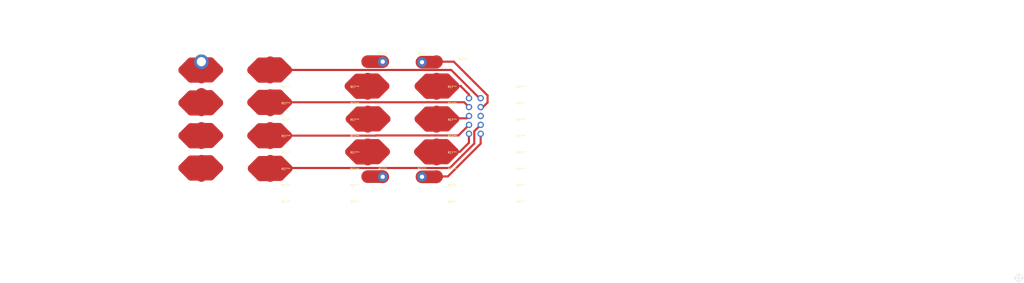
<source format=kicad_pcb>
(kicad_pcb (version 20221018) (generator pcbnew)
  (layers (0 "F.Cu" signal) (31 "B.Cu" signal) (34 "B.Paste" user) (35 "F.Paste" user) (36 "B.SilkS" user "B.Silkscreen") (37 "F.SilkS" user "F.Silkscreen") (38 "B.Mask" user) (39 "F.Mask" user) (44 "Edge.Cuts" user))
  (net 0 "")
  (footprint "USST-footprints:BatteryConnector" (layer "F.Cu") (at 149.948 37.592)
    (fp_text reference "REF**" (at -2.9455 -35.197) (layer "F.SilkS"))
    (fp_text value "BatteryConnector")
    (pad "" np_thru_hole circle (at 0 -16.8) (size 3 3) (drill 1.8) (layers "*.Cu"))
    (pad "" np_thru_hole circle (at 0 -12.6) (size 3 3) (drill 1.8) (layers "*.Cu"))
    (pad "" np_thru_hole circle (at 0 -8.4) (size 3 3) (drill 1.8) (layers "*.Cu"))
    (pad "" np_thru_hole circle (at 0 -4.2) (size 3 3) (drill 1.8) (layers "*.Cu"))
    (pad "" np_thru_hole circle (at 0 0) (size 3 3) (drill 1.8) (layers "*.Cu"))
    (pad "" np_thru_hole circle (at 5.5 -16.8) (size 3 3) (drill 1.8) (layers "*.Cu"))
    (pad "" np_thru_hole circle (at 5.5 -12.6) (size 3 3) (drill 1.8) (layers "*.Cu"))
    (pad "" np_thru_hole circle (at 5.5 -8.4) (size 3 3) (drill 1.8) (layers "*.Cu"))
    (pad "" np_thru_hole circle (at 5.5 -4.2) (size 3 3) (drill 1.8) (layers "*.Cu"))
    (pad "" np_thru_hole circle (at 5.5 0) (size 3 3) (drill 1.8) (layers "*.Cu"))
  )
  (footprint "USST-footprints:CFE_BP38121_30A_pogo_pin" (layer "F.Cu") (at 96 14.986)
    (fp_text reference "REF**" (at 0 0.5) (layer "F.SilkS"))
    (fp_text value "CFE_BP38121_30A_pogo_pin")
    (pad "1" smd circle (at -39.878 -11.43) (size 5 5) (layers "F.Cu" "F.Paste" "F.Mask"))
  )
  (footprint "USST-footprints:CFE_BP38121_30A_pogo_pin" (layer "F.Cu") (at 63.5 14.986)
    (fp_text reference "REF**" (at 0 0.5) (layer "F.SilkS"))
    (fp_text value "CFE_BP38121_30A_pogo_pin")
    (pad "1" thru_hole circle (at -39.878 -11.43) (size 6.858 6.858) (drill 4.33) (layers "*.Cu" "*.Mask"))
  )
  (footprint "USST-footprints:CFE_BP38121_30A_pogo_pin" (layer "F.Cu") (at 63.5 22.736)
    (fp_text reference "REF**" (at 0 0.5) (layer "F.SilkS"))
    (fp_text value "CFE_BP38121_30A_pogo_pin")
    (pad "2" smd circle (at -39.878 -11.43) (size 5 5) (layers "F.Cu" "F.Paste" "F.Mask"))
  )
  (footprint "USST-footprints:CFE_BP38121_30A_pogo_pin" (layer "F.Cu") (at 96 22.736)
    (fp_text reference "REF**" (at 0 0.5) (layer "F.SilkS"))
    (fp_text value "CFE_BP38121_30A_pogo_pin")
    (pad "2" smd circle (at -39.878 -11.43) (size 5 5) (layers "F.Cu" "F.Paste" "F.Mask"))
  )
  (footprint "USST-footprints:CFE_BP38121_30A_pogo_pin" (layer "F.Cu") (at 63.5 30.486)
    (fp_text reference "REF**" (at 0 0.5) (layer "F.SilkS"))
    (fp_text value "CFE_BP38121_30A_pogo_pin")
    (pad "3" smd circle (at -39.878 -11.43) (size 5 5) (layers "F.Cu" "F.Paste" "F.Mask"))
  )
  (footprint "USST-footprints:CFE_BP38121_30A_pogo_pin" (layer "F.Cu") (at 96 30.486)
    (fp_text reference "REF**" (at 0 0.5) (layer "F.SilkS"))
    (fp_text value "CFE_BP38121_30A_pogo_pin")
    (pad "3" smd circle (at -39.878 -11.43) (size 5 5) (layers "F.Cu" "F.Paste" "F.Mask"))
  )
  (footprint "USST-footprints:CFE_BP38121_30A_pogo_pin" (layer "F.Cu") (at 63.5 38.236)
    (fp_text reference "REF**" (at 0 0.5) (layer "F.SilkS"))
    (fp_text value "CFE_BP38121_30A_pogo_pin")
    (pad "4" smd circle (at -39.878 -11.43) (size 5 5) (layers "F.Cu" "F.Paste" "F.Mask"))
  )
  (footprint "USST-footprints:CFE_BP38121_30A_pogo_pin" (layer "F.Cu") (at 96 38.236)
    (fp_text reference "REF**" (at 0 0.5) (layer "F.SilkS"))
    (fp_text value "CFE_BP38121_30A_pogo_pin")
    (pad "4" smd circle (at -39.878 -11.43) (size 5 5) (layers "F.Cu" "F.Paste" "F.Mask"))
  )
  (footprint "USST-footprints:CFE_BP38121_30A_pogo_pin" (layer "F.Cu") (at 63.5 45.986)
    (fp_text reference "REF**" (at 0 0.5) (layer "F.SilkS"))
    (fp_text value "CFE_BP38121_30A_pogo_pin")
    (pad "5" smd circle (at -39.878 -11.43) (size 5 5) (layers "F.Cu" "F.Paste" "F.Mask"))
  )
  (footprint "USST-footprints:CFE_BP38121_30A_pogo_pin" (layer "F.Cu") (at 96 45.986)
    (fp_text reference "REF**" (at 0 0.5) (layer "F.SilkS"))
    (fp_text value "CFE_BP38121_30A_pogo_pin")
    (pad "5" smd circle (at -39.878 -11.43) (size 5 5) (layers "F.Cu" "F.Paste" "F.Mask"))
  )
  (footprint "USST-footprints:CFE_BP38121_30A_pogo_pin" (layer "F.Cu") (at 63.5 53.736)
    (fp_text reference "REF**" (at 0 0.5) (layer "F.SilkS"))
    (fp_text value "CFE_BP38121_30A_pogo_pin")
    (pad "6" smd circle (at -39.878 -11.43) (size 5 5) (layers "F.Cu" "F.Paste" "F.Mask"))
  )
  (footprint "USST-footprints:CFE_BP38121_30A_pogo_pin" (layer "F.Cu") (at 96 53.736)
    (fp_text reference "REF**" (at 0 0.5) (layer "F.SilkS"))
    (fp_text value "CFE_BP38121_30A_pogo_pin")
    (pad "6" smd circle (at -39.878 -11.43) (size 5 5) (layers "F.Cu" "F.Paste" "F.Mask"))
  )
  (footprint "USST-footprints:CFE_BP38121_30A_pogo_pin" (layer "F.Cu") (at 63.5 61.486)
    (fp_text reference "REF**" (at 0 0.5) (layer "F.SilkS"))
    (fp_text value "CFE_BP38121_30A_pogo_pin")
    (pad "7" smd circle (at -39.878 -11.43) (size 5 5) (layers "F.Cu" "F.Paste" "F.Mask"))
  )
  (footprint "USST-footprints:CFE_BP38121_30A_pogo_pin" (layer "F.Cu") (at 96 61.486)
    (fp_text reference "REF**" (at 0 0.5) (layer "F.SilkS"))
    (fp_text value "CFE_BP38121_30A_pogo_pin")
    (pad "7" smd circle (at -39.878 -11.43) (size 5 5) (layers "F.Cu" "F.Paste" "F.Mask"))
  )
  (footprint "USST-footprints:CFE_BP38121_30A_pogo_pin" (layer "F.Cu") (at 63.5 69.236)
    (fp_text reference "REF**" (at 0 0.5) (layer "F.SilkS"))
    (fp_text value "CFE_BP38121_30A_pogo_pin")
    (pad "8" smd circle (at -39.878 -11.43) (size 5 5) (layers "F.Cu" "F.Paste" "F.Mask"))
  )
  (footprint "USST-footprints:CFE_BP38121_30A_pogo_pin" (layer "F.Cu") (at 96 69.236)
    (fp_text reference "REF**" (at 0 0.5) (layer "F.SilkS"))
    (fp_text value "CFE_BP38121_30A_pogo_pin")
    (pad "8" smd circle (at -39.878 -11.43) (size 5 5) (layers "F.Cu" "F.Paste" "F.Mask"))
  )
  (footprint "USST-footprints:CFE_BP38121_30A_pogo_pin" (layer "F.Cu") (at 142 22.736)
    (fp_text reference "REF**" (at 0 0.5) (layer "F.SilkS"))
    (fp_text value "CFE_BP38121_30A_pogo_pin")
    (pad "2" smd circle (at -39.878 -11.43) (size 5 5) (layers "F.Cu" "F.Paste" "F.Mask"))
  )
  (footprint "USST-footprints:CFE_BP38121_30A_pogo_pin" (layer "F.Cu") (at 142 61.486)
    (fp_text reference "REF**" (at 0 0.5) (layer "F.SilkS"))
    (fp_text value "CFE_BP38121_30A_pogo_pin")
    (pad "7" smd circle (at -39.878 -11.43) (size 5 5) (layers "F.Cu" "F.Paste" "F.Mask"))
  )
  (footprint "USST-footprints:CFE_BP38121_30A_pogo_pin" (layer "F.Cu") (at 142 53.736)
    (fp_text reference "REF**" (at 0 0.5) (layer "F.SilkS"))
    (fp_text value "CFE_BP38121_30A_pogo_pin")
    (pad "6" smd circle (at -39.878 -11.43) (size 5 5) (layers "F.Cu" "F.Paste" "F.Mask"))
  )
  (footprint "USST-footprints:CFE_BP38121_30A_pogo_pin" (layer "F.Cu") (at 142 14.986)
    (fp_text reference "REF**" (at 0 0.5) (layer "F.SilkS"))
    (fp_text value "CFE_BP38121_30A_pogo_pin")
    (pad "1" smd circle (at -39.878 -11.43) (size 5 5) (layers "F.Cu" "F.Paste" "F.Mask"))
  )
  (footprint "USST-footprints:CFE_BP38121_30A_pogo_pin" (layer "F.Cu") (at 142 45.986)
    (fp_text reference "REF**" (at 0 0.5) (layer "F.SilkS"))
    (fp_text value "CFE_BP38121_30A_pogo_pin")
    (pad "5" smd circle (at -39.878 -11.43) (size 5 5) (layers "F.Cu" "F.Paste" "F.Mask"))
  )
  (footprint "USST-footprints:CFE_BP38121_30A_pogo_pin" (layer "F.Cu") (at 142 30.486)
    (fp_text reference "REF**" (at 0 0.5) (layer "F.SilkS"))
    (fp_text value "CFE_BP38121_30A_pogo_pin")
    (pad "3" smd circle (at -39.878 -11.43) (size 5 5) (layers "F.Cu" "F.Paste" "F.Mask"))
  )
  (footprint "USST-footprints:CFE_BP38121_30A_pogo_pin" (layer "F.Cu") (at 142 38.236)
    (fp_text reference "REF**" (at 0 0.5) (layer "F.SilkS"))
    (fp_text value "CFE_BP38121_30A_pogo_pin")
    (pad "4" smd circle (at -39.878 -11.43) (size 5 5) (layers "F.Cu" "F.Paste" "F.Mask"))
  )
  (footprint "USST-footprints:CFE_BP38121_30A_pogo_pin" (layer "F.Cu") (at 142 69.236)
    (fp_text reference "REF**" (at 0 0.5) (layer "F.SilkS"))
    (fp_text value "CFE_BP38121_30A_pogo_pin")
    (pad "8" smd circle (at -39.878 -11.43) (size 5 5) (layers "F.Cu" "F.Paste" "F.Mask"))
  )
  (footprint "USST-footprints:CFE_BP38121_30A_pogo_pin" (layer "F.Cu") (at 174.5 14.986)
    (fp_text reference "REF**" (at 0 0.5) (layer "F.SilkS"))
    (fp_text value "CFE_BP38121_30A_pogo_pin")
    (pad "1" smd circle (at -39.878 -11.43) (size 5 5) (layers "F.Cu" "F.Paste" "F.Mask"))
  )
  (footprint "USST-footprints:CFE_BP38121_30A_pogo_pin" (layer "F.Cu") (at 174.5 22.736)
    (fp_text reference "REF**" (at 0 0.5) (layer "F.SilkS"))
    (fp_text value "CFE_BP38121_30A_pogo_pin")
    (pad "2" smd circle (at -39.878 -11.43) (size 5 5) (layers "F.Cu" "F.Paste" "F.Mask"))
  )
  (footprint "USST-footprints:CFE_BP38121_30A_pogo_pin" (layer "F.Cu") (at 174.5 38.236)
    (fp_text reference "REF**" (at 0 0.5) (layer "F.SilkS"))
    (fp_text value "CFE_BP38121_30A_pogo_pin")
    (pad "4" smd circle (at -39.878 -11.43) (size 5 5) (layers "F.Cu" "F.Paste" "F.Mask"))
  )
  (footprint "USST-footprints:CFE_BP38121_30A_pogo_pin" (layer "F.Cu") (at 174.5 30.486)
    (fp_text reference "REF**" (at 0 0.5) (layer "F.SilkS"))
    (fp_text value "CFE_BP38121_30A_pogo_pin")
    (pad "3" smd circle (at -39.878 -11.43) (size 5 5) (layers "F.Cu" "F.Paste" "F.Mask"))
  )
  (footprint "USST-footprints:CFE_BP38121_30A_pogo_pin" (layer "F.Cu") (at 174.5 45.986)
    (fp_text reference "REF**" (at 0 0.5) (layer "F.SilkS"))
    (fp_text value "CFE_BP38121_30A_pogo_pin")
    (pad "5" smd circle (at -39.878 -11.43) (size 5 5) (layers "F.Cu" "F.Paste" "F.Mask"))
  )
  (footprint "USST-footprints:CFE_BP38121_30A_pogo_pin" (layer "F.Cu") (at 174.5 69.236)
    (fp_text reference "REF**" (at 0 0.5) (layer "F.SilkS"))
    (fp_text value "CFE_BP38121_30A_pogo_pin")
    (pad "8" smd circle (at -39.878 -11.43) (size 5 5) (layers "F.Cu" "F.Paste" "F.Mask"))
  )
  (footprint "USST-footprints:CFE_BP38121_30A_pogo_pin" (layer "F.Cu") (at 174.5 61.486)
    (fp_text reference "REF**" (at 0 0.5) (layer "F.SilkS"))
    (fp_text value "CFE_BP38121_30A_pogo_pin")
    (pad "7" smd circle (at -39.878 -11.43) (size 5 5) (layers "F.Cu" "F.Paste" "F.Mask"))
  )
  (footprint "USST-footprints:CFE_BP38121_30A_pogo_pin" (layer "F.Cu") (at 174.5 53.736)
    (fp_text reference "REF**" (at 0 0.5) (layer "F.SilkS"))
    (fp_text value "CFE_BP38121_30A_pogo_pin")
    (pad "6" smd circle (at -39.878 -11.43) (size 5 5) (layers "F.Cu" "F.Paste" "F.Mask"))
  )
  (footprint "Wire_Pads:SolderWirePad_single_2mmDrill" (layer "F.Cu") (at 127.762 57.912)
    (fp_text reference "REF**" (at 0 -3.81) (layer "F.SilkS"))
    (fp_text value "SolderWirePad_single_2mmDrill")
    (pad "1" thru_hole circle (at 0 0) (size 4.50088 4.50088) (drill 1.99898) (layers "*.Cu" "*.Mask"))
  )
  (footprint "Wire_Pads:SolderWirePad_single_2mmDrill" (layer "F.Cu") (at 127.762 3.81)
    (fp_text reference "REF**" (at 0 -3.81) (layer "F.SilkS"))
    (fp_text value "SolderWirePad_single_2mmDrill")
    (pad "1" thru_hole circle (at 0 0) (size 4.50088 4.50088) (drill 1.99898) (layers "*.Cu" "*.Mask"))
  )
  (footprint "Wire_Pads:SolderWirePad_single_2mmDrill" (layer "F.Cu") (at 109.22 57.912)
    (fp_text reference "REF**" (at 0 -3.81) (layer "F.SilkS"))
    (fp_text value "SolderWirePad_single_2mmDrill")
    (pad "1" thru_hole circle (at 0 0) (size 4.50088 4.50088) (drill 1.99898) (layers "*.Cu" "*.Mask"))
  )
  (footprint "Wire_Pads:SolderWirePad_single_2mmDrill" (layer "F.Cu") (at 109.22 3.556)
    (fp_text reference "REF**" (at 0 -3.81) (layer "F.SilkS"))
    (fp_text value "SolderWirePad_single_2mmDrill")
    (pad "1" thru_hole circle (at 0 0) (size 4.50088 4.50088) (drill 1.99898) (layers "*.Cu" "*.Mask"))
  )
  (target plus (at 409.448 105.664) (size 5) (width 0.15) (layer "Edge.Cuts"))
  (segment (start 47.356794 7.50658) (end 51.188851 3.674522) (width 4.13) (layer "F.Cu") (net 0))
  (segment (start 51.188851 3.674522) (end 55.544376 3.674522) (width 4.13) (layer "F.Cu") (net 0))
  (segment (start 51.274736 11.424522) (end 47.356794 7.50658) (width 4.13) (layer "F.Cu") (net 0))
  (segment (start 55.544376 11.424522) (end 51.274736 11.424522) (width 4.13) (layer "F.Cu") (net 0))
  (segment (start 23.61 3.556) (end 23.61 11.306) (width 4.13) (layer "F.Cu") (net 0))
  (segment (start 18.676851 3.674522) (end 23.032376 3.674522) (width 4.13) (layer "F.Cu") (net 0))
  (segment (start 14.844794 7.50658) (end 18.676851 3.674522) (width 4.13) (layer "F.Cu") (net 0))
  (segment (start 23.032376 11.424522) (end 18.762736 11.424522) (width 4.13) (layer "F.Cu") (net 0))
  (segment (start 18.762736 11.424522) (end 14.844794 7.50658) (width 4.13) (layer "F.Cu") (net 0))
  (segment (start 31.797582 7.473942) (end 27.965525 11.306) (width 4.13) (layer "F.Cu") (net 0))
  (segment (start 27.965525 11.306) (end 23.61 11.306) (width 4.13) (layer "F.Cu") (net 0))
  (segment (start 27.87964 3.556) (end 31.797582 7.473942) (width 4.13) (layer "F.Cu") (net 0))
  (segment (start 23.61 3.556) (end 27.87964 3.556) (width 4.13) (layer "F.Cu") (net 0))
  (segment (start 23.61 19.05) (end 23.61 26.8) (width 4.13) (layer "F.Cu") (net 0))
  (segment (start 18.676851 19.168522) (end 23.032376 19.168522) (width 4.13) (layer "F.Cu") (net 0))
  (segment (start 14.844794 23.00058) (end 18.676851 19.168522) (width 4.13) (layer "F.Cu") (net 0))
  (segment (start 23.032376 26.918522) (end 18.762736 26.918522) (width 4.13) (layer "F.Cu") (net 0))
  (segment (start 18.762736 26.918522) (end 14.844794 23.00058) (width 4.13) (layer "F.Cu") (net 0))
  (segment (start 31.797582 22.967942) (end 27.965525 26.8) (width 4.13) (layer "F.Cu") (net 0))
  (segment (start 27.965525 26.8) (end 23.61 26.8) (width 4.13) (layer "F.Cu") (net 0))
  (segment (start 27.87964 19.05) (end 31.797582 22.967942) (width 4.13) (layer "F.Cu") (net 0))
  (segment (start 23.61 19.05) (end 27.87964 19.05) (width 4.13) (layer "F.Cu") (net 0))
  (segment (start 60.39164 18.796) (end 64.309582 22.713942) (width 4.13) (layer "F.Cu") (net 0))
  (segment (start 60.477525 26.546) (end 56.122 26.546) (width 4.13) (layer "F.Cu") (net 0))
  (segment (start 64.309582 22.713942) (end 60.477525 26.546) (width 4.13) (layer "F.Cu") (net 0))
  (segment (start 51.274736 26.664522) (end 47.356794 22.74658) (width 4.13) (layer "F.Cu") (net 0))
  (segment (start 55.544376 26.664522) (end 51.274736 26.664522) (width 4.13) (layer "F.Cu") (net 0))
  (segment (start 47.356794 22.74658) (end 51.188851 18.914522) (width 4.13) (layer "F.Cu") (net 0))
  (segment (start 51.188851 18.914522) (end 55.544376 18.914522) (width 4.13) (layer "F.Cu") (net 0))
  (segment (start 56.122 18.796) (end 60.39164 18.796) (width 4.13) (layer "F.Cu") (net 0))
  (segment (start 56.122 18.796) (end 56.122 26.546) (width 4.13) (layer "F.Cu") (net 0))
  (segment (start 27.87964 34.544) (end 31.797582 38.461942) (width 4.13) (layer "F.Cu") (net 0))
  (segment (start 27.965525 42.294) (end 23.61 42.294) (width 4.13) (layer "F.Cu") (net 0))
  (segment (start 31.797582 38.461942) (end 27.965525 42.294) (width 4.13) (layer "F.Cu") (net 0))
  (segment (start 18.762736 42.412522) (end 14.844794 38.49458) (width 4.13) (layer "F.Cu") (net 0))
  (segment (start 23.032376 42.412522) (end 18.762736 42.412522) (width 4.13) (layer "F.Cu") (net 0))
  (segment (start 14.844794 38.49458) (end 18.676851 34.662522) (width 4.13) (layer "F.Cu") (net 0))
  (segment (start 18.676851 34.662522) (end 23.032376 34.662522) (width 4.13) (layer "F.Cu") (net 0))
  (segment (start 23.61 34.544) (end 27.87964 34.544) (width 4.13) (layer "F.Cu") (net 0))
  (segment (start 23.61 34.544) (end 23.61 42.294) (width 4.13) (layer "F.Cu") (net 0))
  (segment (start 60.39164 34.544) (end 64.309582 38.461942) (width 4.13) (layer "F.Cu") (net 0))
  (segment (start 60.477525 42.294) (end 56.122 42.294) (width 4.13) (layer "F.Cu") (net 0))
  (segment (start 64.309582 38.461942) (end 60.477525 42.294) (width 4.13) (layer "F.Cu") (net 0))
  (segment (start 51.274736 42.412522) (end 47.356794 38.49458) (width 4.13) (layer "F.Cu") (net 0))
  (segment (start 55.544376 42.412522) (end 51.274736 42.412522) (width 4.13) (layer "F.Cu") (net 0))
  (segment (start 47.356794 38.49458) (end 51.188851 34.662522) (width 4.13) (layer "F.Cu") (net 0))
  (segment (start 51.188851 34.662522) (end 55.544376 34.662522) (width 4.13) (layer "F.Cu") (net 0))
  (segment (start 56.122 34.544) (end 60.39164 34.544) (width 4.13) (layer "F.Cu") (net 0))
  (segment (start 56.122 34.544) (end 56.122 42.294) (width 4.13) (layer "F.Cu") (net 0))
  (segment (start 27.87964 49.784) (end 31.797582 53.701942) (width 4.13) (layer "F.Cu") (net 0))
  (segment (start 27.965525 57.534) (end 23.61 57.534) (width 4.13) (layer "F.Cu") (net 0))
  (segment (start 31.797582 53.701942) (end 27.965525 57.534) (width 4.13) (layer "F.Cu") (net 0))
  (segment (start 18.762736 57.652522) (end 14.844794 53.73458) (width 4.13) (layer "F.Cu") (net 0))
  (segment (start 23.032376 57.652522) (end 18.762736 57.652522) (width 4.13) (layer "F.Cu") (net 0))
  (segment (start 14.844794 53.73458) (end 18.676851 49.902522) (width 4.13) (layer "F.Cu") (net 0))
  (segment (start 18.676851 49.902522) (end 23.032376 49.902522) (width 4.13) (layer "F.Cu") (net 0))
  (segment (start 23.61 49.784) (end 27.87964 49.784) (width 4.13) (layer "F.Cu") (net 0))
  (segment (start 23.61 49.784) (end 23.61 57.534) (width 4.13) (layer "F.Cu") (net 0))
  (segment (start 60.64564 50.038) (end 64.563582 53.955942) (width 4.13) (layer "F.Cu") (net 0))
  (segment (start 60.731525 57.788) (end 56.376 57.788) (width 4.13) (layer "F.Cu") (net 0))
  (segment (start 64.563582 53.955942) (end 60.731525 57.788) (width 4.13) (layer "F.Cu") (net 0))
  (segment (start 51.528736 57.906522) (end 47.610794 53.98858) (width 4.13) (layer "F.Cu") (net 0))
  (segment (start 55.798376 57.906522) (end 51.528736 57.906522) (width 4.13) (layer "F.Cu") (net 0))
  (segment (start 47.610794 53.98858) (end 51.442851 50.156522) (width 4.13) (layer "F.Cu") (net 0))
  (segment (start 51.442851 50.156522) (end 55.798376 50.156522) (width 4.13) (layer "F.Cu") (net 0))
  (segment (start 56.376 50.038) (end 60.64564 50.038) (width 4.13) (layer "F.Cu") (net 0))
  (segment (start 56.376 50.038) (end 56.376 57.788) (width 4.13) (layer "F.Cu") (net 0))
  (segment (start 106.451525 18.926) (end 102.096 18.926) (width 4.13) (layer "F.Cu") (net 0))
  (segment (start 110.283582 15.093942) (end 106.451525 18.926) (width 4.13) (layer "F.Cu") (net 0))
  (segment (start 102.096 11.176) (end 106.36564 11.176) (width 4.13) (layer "F.Cu") (net 0))
  (segment (start 106.36564 11.176) (end 110.283582 15.093942) (width 4.13) (layer "F.Cu") (net 0))
  (segment (start 102.096 11.176) (end 102.096 18.926) (width 4.13) (layer "F.Cu") (net 0))
  (segment (start 101.518376 19.044522) (end 97.248736 19.044522) (width 4.13) (layer "F.Cu") (net 0))
  (segment (start 97.248736 19.044522) (end 93.330794 15.12658) (width 4.13) (layer "F.Cu") (net 0))
  (segment (start 93.330794 15.12658) (end 97.162851 11.294522) (width 4.13) (layer "F.Cu") (net 0))
  (segment (start 97.162851 11.294522) (end 101.518376 11.294522) (width 4.13) (layer "F.Cu") (net 0))
  (segment (start 139.471525 18.926) (end 135.116 18.926) (width 4.13) (layer "F.Cu") (net 0))
  (segment (start 143.303582 15.093942) (end 139.471525 18.926) (width 4.13) (layer "F.Cu") (net 0))
  (segment (start 135.116 11.176) (end 139.38564 11.176) (width 4.13) (layer "F.Cu") (net 0))
  (segment (start 139.38564 11.176) (end 143.303582 15.093942) (width 4.13) (layer "F.Cu") (net 0))
  (segment (start 135.116 11.176) (end 135.116 18.926) (width 4.13) (layer "F.Cu") (net 0))
  (segment (start 134.538376 19.044522) (end 130.268736 19.044522) (width 4.13) (layer "F.Cu") (net 0))
  (segment (start 130.268736 19.044522) (end 126.350794 15.12658) (width 4.13) (layer "F.Cu") (net 0))
  (segment (start 126.350794 15.12658) (end 130.182851 11.294522) (width 4.13) (layer "F.Cu") (net 0))
  (segment (start 130.182851 11.294522) (end 134.538376 11.294522) (width 4.13) (layer "F.Cu") (net 0))
  (segment (start 106.959525 34.42) (end 102.604 34.42) (width 4.13) (layer "F.Cu") (net 0))
  (segment (start 110.791582 30.587942) (end 106.959525 34.42) (width 4.13) (layer "F.Cu") (net 0))
  (segment (start 102.604 26.67) (end 106.87364 26.67) (width 4.13) (layer "F.Cu") (net 0))
  (segment (start 106.87364 26.67) (end 110.791582 30.587942) (width 4.13) (layer "F.Cu") (net 0))
  (segment (start 102.604 26.67) (end 102.604 34.42) (width 4.13) (layer "F.Cu") (net 0))
  (segment (start 102.026376 34.538522) (end 97.756736 34.538522) (width 4.13) (layer "F.Cu") (net 0))
  (segment (start 97.756736 34.538522) (end 93.838794 30.62058) (width 4.13) (layer "F.Cu") (net 0))
  (segment (start 93.838794 30.62058) (end 97.670851 26.788522) (width 4.13) (layer "F.Cu") (net 0))
  (segment (start 97.670851 26.788522) (end 102.026376 26.788522) (width 4.13) (layer "F.Cu") (net 0))
  (segment (start 139.471525 34.42) (end 135.116 34.42) (width 4.13) (layer "F.Cu") (net 0))
  (segment (start 143.303582 30.587942) (end 139.471525 34.42) (width 4.13) (layer "F.Cu") (net 0))
  (segment (start 135.116 26.67) (end 139.38564 26.67) (width 4.13) (layer "F.Cu") (net 0))
  (segment (start 139.38564 26.67) (end 143.303582 30.587942) (width 4.13) (layer "F.Cu") (net 0))
  (segment (start 135.116 26.67) (end 135.116 34.42) (width 4.13) (layer "F.Cu") (net 0))
  (segment (start 134.538376 34.538522) (end 130.268736 34.538522) (width 4.13) (layer "F.Cu") (net 0))
  (segment (start 130.268736 34.538522) (end 126.350794 30.62058) (width 4.13) (layer "F.Cu") (net 0))
  (segment (start 126.350794 30.62058) (end 130.182851 26.788522) (width 4.13) (layer "F.Cu") (net 0))
  (segment (start 130.182851 26.788522) (end 134.538376 26.788522) (width 4.13) (layer "F.Cu") (net 0))
  (segment (start 106.705525 49.914) (end 102.35 49.914) (width 4.13) (layer "F.Cu") (net 0))
  (segment (start 110.537582 46.081942) (end 106.705525 49.914) (width 4.13) (layer "F.Cu") (net 0))
  (segment (start 102.35 42.164) (end 106.61964 42.164) (width 4.13) (layer "F.Cu") (net 0))
  (segment (start 106.61964 42.164) (end 110.537582 46.081942) (width 4.13) (layer "F.Cu") (net 0))
  (segment (start 102.35 42.164) (end 102.35 49.914) (width 4.13) (layer "F.Cu") (net 0))
  (segment (start 101.772376 50.032522) (end 97.502736 50.032522) (width 4.13) (layer "F.Cu") (net 0))
  (segment (start 97.502736 50.032522) (end 93.584794 46.11458) (width 4.13) (layer "F.Cu") (net 0))
  (segment (start 93.584794 46.11458) (end 97.416851 42.282522) (width 4.13) (layer "F.Cu") (net 0))
  (segment (start 97.416851 42.282522) (end 101.772376 42.282522) (width 4.13) (layer "F.Cu") (net 0))
  (segment (start 139.217525 49.914) (end 134.862 49.914) (width 4.13) (layer "F.Cu") (net 0))
  (segment (start 143.049582 46.081942) (end 139.217525 49.914) (width 4.13) (layer "F.Cu") (net 0))
  (segment (start 134.862 42.164) (end 139.13164 42.164) (width 4.13) (layer "F.Cu") (net 0))
  (segment (start 139.13164 42.164) (end 143.049582 46.081942) (width 4.13) (layer "F.Cu") (net 0))
  (segment (start 134.862 42.164) (end 134.862 49.914) (width 4.13) (layer "F.Cu") (net 0))
  (segment (start 134.284376 50.032522) (end 130.014736 50.032522) (width 4.13) (layer "F.Cu") (net 0))
  (segment (start 130.014736 50.032522) (end 126.096794 46.11458) (width 4.13) (layer "F.Cu") (net 0))
  (segment (start 126.096794 46.11458) (end 129.928851 42.282522) (width 4.13) (layer "F.Cu") (net 0))
  (segment (start 129.928851 42.282522) (end 134.284376 42.282522) (width 4.13) (layer "F.Cu") (net 0))
  (segment (start 23.622 36.328) (end 27.178 39.884) (width 6) (layer "F.Cu") (net 0))
  (segment (start 20.32 39.63) (end 23.622 36.328) (width 6) (layer "F.Cu") (net 0))
  (segment (start 23.368 51.568) (end 26.924 55.124) (width 6) (layer "F.Cu") (net 0))
  (segment (start 20.066 54.87) (end 23.368 51.568) (width 6) (layer "F.Cu") (net 0))
  (segment (start 55.626 5.086) (end 59.182 8.642) (width 6) (layer "F.Cu") (net 0))
  (segment (start 52.324 8.388) (end 55.626 5.086) (width 6) (layer "F.Cu") (net 0))
  (segment (start 55.626 20.58) (end 59.182 24.136) (width 6) (layer "F.Cu") (net 0))
  (segment (start 52.324 23.882) (end 55.626 20.58) (width 6) (layer "F.Cu") (net 0))
  (segment (start 55.88 36.074) (end 59.436 39.63) (width 6) (layer "F.Cu") (net 0))
  (segment (start 52.578 39.376) (end 55.88 36.074) (width 6) (layer "F.Cu") (net 0))
  (segment (start 55.88 51.568) (end 59.436 55.124) (width 6) (layer "F.Cu") (net 0))
  (segment (start 52.578 54.87) (end 55.88 51.568) (width 6) (layer "F.Cu") (net 0))
  (segment (start 101.6 12.706) (end 105.156 16.262) (width 6) (layer "F.Cu") (net 0))
  (segment (start 98.298 16.008) (end 101.6 12.706) (width 6) (layer "F.Cu") (net 0))
  (segment (start 101.854 28.2) (end 105.41 31.756) (width 6) (layer "F.Cu") (net 0))
  (segment (start 98.552 31.502) (end 101.854 28.2) (width 6) (layer "F.Cu") (net 0))
  (segment (start 101.854 43.948) (end 105.41 47.504) (width 6) (layer "F.Cu") (net 0))
  (segment (start 98.552 47.25) (end 101.854 43.948) (width 6) (layer "F.Cu") (net 0))
  (segment (start 134.62 12.706) (end 138.176 16.262) (width 6) (layer "F.Cu") (net 0))
  (segment (start 131.318 16.008) (end 134.62 12.706) (width 6) (layer "F.Cu") (net 0))
  (segment (start 134.62 28.454) (end 138.176 32.01) (width 6) (layer "F.Cu") (net 0))
  (segment (start 131.318 31.756) (end 134.62 28.454) (width 6) (layer "F.Cu") (net 0))
  (segment (start 134.366 43.948) (end 137.922 47.504) (width 6) (layer "F.Cu") (net 0))
  (segment (start 131.064 47.25) (end 134.366 43.948) (width 6) (layer "F.Cu") (net 0))
  (segment (start 143.603686 30.287838) (end 148.852162 30.287838) (width 1) (layer "F.Cu") (net 0))
  (segment (start 134.516 57.912) (end 134.622 57.806) (width 6) (layer "F.Cu") (net 0))
  (segment (start 109.114 57.806) (end 109.22 57.912) (width 6) (layer "F.Cu") (net 0))
  (segment (start 146.09027 15.19973) (end 146.196058 15.093942) (width 1) (layer "F.Cu") (net 0))
  (segment (start 145.649407 46.081942) (end 143.049582 46.081942) (width 1) (layer "F.Cu") (net 0))
  (segment (start 141.54608 7.473942) (end 64.309582 7.473942) (width 1) (layer "F.Cu") (net 0))
  (segment (start 105.966058 38.461942) (end 64.309582 38.461942) (width 1) (layer "F.Cu") (net 0))
  (segment (start 155.448 20.792) (end 154.864137 20.792) (width 1) (layer "F.Cu") (net 0))
  (segment (start 156.556118 24.992) (end 155.448 24.992) (width 1) (layer "F.Cu") (net 0))
  (segment (start 149.948 37.592) (end 149.910216 37.629784) (width 1) (layer "F.Cu") (net 0))
  (segment (start 102.122 3.556) (end 109.22 3.556) (width 6) (layer "F.Cu") (net 0))
  (segment (start 143.303582 30.587942) (end 143.603686 30.287838) (width 1) (layer "F.Cu") (net 0))
  (segment (start 105.779942 22.713942) (end 64.309582 22.713942) (width 1) (layer "F.Cu") (net 0))
  (segment (start 23.622 3.556) (end 27.178 7.112) (width 6) (layer "F.Cu") (net 0))
  (segment (start 152.428982 42.218832) (end 140.895687 53.752127) (width 1) (layer "F.Cu") (net 0))
  (segment (start 152.428982 36.411018) (end 152.428982 42.218832) (width 1) (layer "F.Cu") (net 0))
  (segment (start 148.852162 30.287838) (end 149.948 29.192) (width 1) (layer "F.Cu") (net 0))
  (segment (start 142.750047 3.556) (end 158.712908 19.518861) (width 1) (layer "F.Cu") (net 0))
  (segment (start 23.622 19.056) (end 27.178 22.612) (width 6) (layer "F.Cu") (net 0))
  (segment (start 60.477525 11.306) (end 56.122 11.306) (width 4.13) (layer "F.Cu") (net 0))
  (segment (start 146.196058 15.093942) (end 143.303582 15.093942) (width 1) (layer "F.Cu") (net 0))
  (segment (start 149.948 24.992) (end 147.669942 22.713942) (width 1) (layer "F.Cu") (net 0))
  (segment (start 127.762 57.912) (end 134.516 57.912) (width 6) (layer "F.Cu") (net 0))
  (segment (start 140.895687 53.752127) (end 64.767397 53.752127) (width 1) (layer "F.Cu") (net 0))
  (segment (start 127.762 3.81) (end 134.368 3.81) (width 6) (layer "F.Cu") (net 0))
  (segment (start 64.767397 53.752127) (end 64.563582 53.955942) (width 1) (layer "F.Cu") (net 0))
  (segment (start 154.864137 20.792) (end 141.54608 7.473942) (width 1) (layer "F.Cu") (net 0))
  (segment (start 139.967721 57.729125) (end 134.698875 57.729125) (width 1) (layer "F.Cu") (net 0))
  (segment (start 56.122 3.556) (end 56.122 11.306) (width 4.13) (layer "F.Cu") (net 0))
  (segment (start 147.669942 22.713942) (end 105.779942 22.713942) (width 1) (layer "F.Cu") (net 0))
  (segment (start 134.698875 57.729125) (end 134.622 57.806) (width 1) (layer "F.Cu") (net 0))
  (segment (start 20.32 6.858) (end 23.622 3.556) (width 6) (layer "F.Cu") (net 0))
  (segment (start 149.948 33.392) (end 144.965599 38.374401) (width 1) (layer "F.Cu") (net 0))
  (segment (start 158.712908 22.83521) (end 156.556118 24.992) (width 1) (layer "F.Cu") (net 0))
  (segment (start 155.448 42.248846) (end 139.967721 57.729125) (width 1) (layer "F.Cu") (net 0))
  (segment (start 102.122 57.806) (end 109.114 57.806) (width 6) (layer "F.Cu") (net 0))
  (segment (start 134.622 3.556) (end 142.750047 3.556) (width 1) (layer "F.Cu") (net 0))
  (segment (start 149.948 19.057461) (end 146.09027 15.19973) (width 1) (layer "F.Cu") (net 0))
  (segment (start 106.053599 38.374401) (end 105.966058 38.461942) (width 1) (layer "F.Cu") (net 0))
  (segment (start 155.448 37.592) (end 155.448 42.248846) (width 1) (layer "F.Cu") (net 0))
  (segment (start 158.712908 19.518861) (end 158.712908 22.83521) (width 1) (layer "F.Cu") (net 0))
  (segment (start 20.32 22.358) (end 23.622 19.056) (width 6) (layer "F.Cu") (net 0))
  (segment (start 56.122 3.556) (end 60.39164 3.556) (width 4.13) (layer "F.Cu") (net 0))
  (segment (start 155.448 33.392) (end 152.428982 36.411018) (width 1) (layer "F.Cu") (net 0))
  (segment (start 149.910216 37.629784) (end 149.910216 41.821133) (width 1) (layer "F.Cu") (net 0))
  (segment (start 149.910216 41.821133) (end 145.649407 46.081942) (width 1) (layer "F.Cu") (net 0))
  (segment (start 64.309582 7.473942) (end 60.477525 11.306) (width 4.13) (layer "F.Cu") (net 0))
  (segment (start 134.368 3.81) (end 134.622 3.556) (width 6) (layer "F.Cu") (net 0))
  (segment (start 144.965599 38.374401) (end 106.053599 38.374401) (width 1) (layer "F.Cu") (net 0))
  (segment (start 60.39164 3.556) (end 64.309582 7.473942) (width 4.13) (layer "F.Cu") (net 0))
  (segment (start 149.948 20.792) (end 149.948 19.057461) (width 1) (layer "F.Cu") (net 0))
)
</source>
